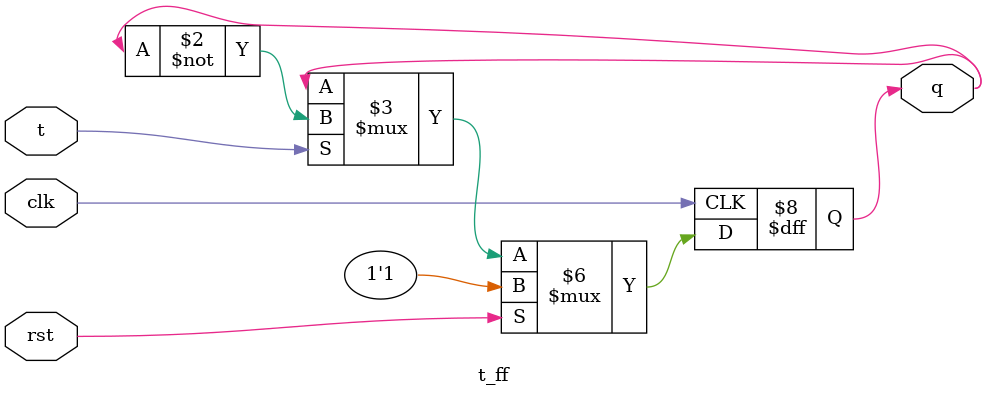
<source format=v>
`timescale 1ns / 1ps

module async_downcount(input wire clk,rst,output [3:0] q);
wire [3:0] t;
assign t = 1'b1;
t_ff t1(clk,rst,t,q[0]);
t_ff t2(q[0],rst,t,q[1]);
t_ff t3(q[1],rst,t,q[2]);
t_ff t4(q[2],rst,t,q[3]);

endmodule


module t_ff( input clk,rst,t,output reg q);
  always @(posedge clk)
   begin 
   if(rst)
     q <= 1'b1;
     else if(t)
        q <= ~q;
    end   
    endmodule
     

</source>
